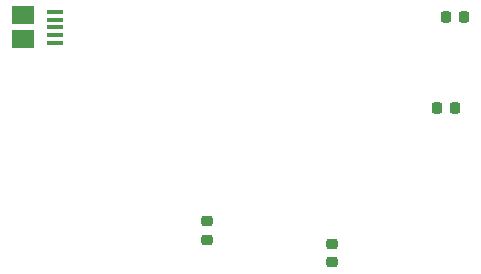
<source format=gbr>
%TF.GenerationSoftware,KiCad,Pcbnew,6.0.7-f9a2dced07~116~ubuntu22.04.1*%
%TF.CreationDate,2022-08-22T18:57:46+02:00*%
%TF.ProjectId,First,46697273-742e-46b6-9963-61645f706362,rev?*%
%TF.SameCoordinates,Original*%
%TF.FileFunction,Paste,Bot*%
%TF.FilePolarity,Positive*%
%FSLAX46Y46*%
G04 Gerber Fmt 4.6, Leading zero omitted, Abs format (unit mm)*
G04 Created by KiCad (PCBNEW 6.0.7-f9a2dced07~116~ubuntu22.04.1) date 2022-08-22 18:57:46*
%MOMM*%
%LPD*%
G01*
G04 APERTURE LIST*
G04 Aperture macros list*
%AMRoundRect*
0 Rectangle with rounded corners*
0 $1 Rounding radius*
0 $2 $3 $4 $5 $6 $7 $8 $9 X,Y pos of 4 corners*
0 Add a 4 corners polygon primitive as box body*
4,1,4,$2,$3,$4,$5,$6,$7,$8,$9,$2,$3,0*
0 Add four circle primitives for the rounded corners*
1,1,$1+$1,$2,$3*
1,1,$1+$1,$4,$5*
1,1,$1+$1,$6,$7*
1,1,$1+$1,$8,$9*
0 Add four rect primitives between the rounded corners*
20,1,$1+$1,$2,$3,$4,$5,0*
20,1,$1+$1,$4,$5,$6,$7,0*
20,1,$1+$1,$6,$7,$8,$9,0*
20,1,$1+$1,$8,$9,$2,$3,0*%
G04 Aperture macros list end*
%ADD10RoundRect,0.225000X-0.250000X0.225000X-0.250000X-0.225000X0.250000X-0.225000X0.250000X0.225000X0*%
%ADD11R,1.900000X1.500000*%
%ADD12R,1.350000X0.400000*%
%ADD13RoundRect,0.225000X-0.225000X-0.250000X0.225000X-0.250000X0.225000X0.250000X-0.225000X0.250000X0*%
G04 APERTURE END LIST*
D10*
%TO.C,C17*%
X112000000Y-70925000D03*
X112000000Y-72475000D03*
%TD*%
%TO.C,C15*%
X122600000Y-72825000D03*
X122600000Y-74375000D03*
%TD*%
D11*
%TO.C,J3*%
X96380500Y-53485100D03*
X96380500Y-55485100D03*
D12*
X99080500Y-53185100D03*
X99080500Y-53835100D03*
X99080500Y-54485100D03*
X99080500Y-55135100D03*
X99080500Y-55785100D03*
%TD*%
D13*
%TO.C,C14*%
X131425000Y-61300000D03*
X132975000Y-61300000D03*
%TD*%
%TO.C,C16*%
X132225000Y-53600000D03*
X133775000Y-53600000D03*
%TD*%
M02*

</source>
